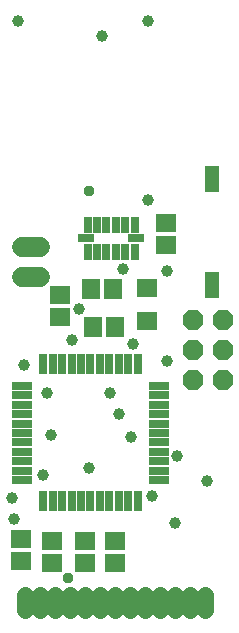
<source format=gts>
G75*
%MOIN*%
%OFA0B0*%
%FSLAX25Y25*%
%IPPOS*%
%LPD*%
%AMOC8*
5,1,8,0,0,1.08239X$1,22.5*
%
%ADD10R,0.06706X0.05918*%
%ADD11R,0.05918X0.06706*%
%ADD12R,0.07099X0.06312*%
%ADD13R,0.06706X0.02769*%
%ADD14R,0.02769X0.06706*%
%ADD15OC8,0.06800*%
%ADD16R,0.02769X0.05224*%
%ADD17R,0.05224X0.02769*%
%ADD18C,0.05556*%
%ADD19C,0.06800*%
%ADD20R,0.05100X0.08700*%
%ADD21C,0.03700*%
%ADD22C,0.03900*%
D10*
X0027086Y0039915D03*
X0027086Y0047396D03*
X0037405Y0046594D03*
X0037405Y0039114D03*
X0048329Y0039114D03*
X0048329Y0046594D03*
X0058548Y0046602D03*
X0058548Y0039122D03*
X0040210Y0121104D03*
X0040210Y0128585D03*
X0075476Y0145261D03*
X0075476Y0152741D03*
D11*
X0057801Y0130649D03*
X0058464Y0118039D03*
X0050983Y0118039D03*
X0050320Y0130649D03*
D12*
X0069117Y0130793D03*
X0069117Y0119770D03*
D13*
X0073123Y0098330D03*
X0073123Y0095180D03*
X0073123Y0092031D03*
X0073123Y0088881D03*
X0073123Y0085732D03*
X0073123Y0082582D03*
X0073123Y0079432D03*
X0073123Y0076283D03*
X0073123Y0073133D03*
X0073123Y0069984D03*
X0073123Y0066834D03*
X0027454Y0066834D03*
X0027454Y0069984D03*
X0027454Y0073133D03*
X0027454Y0076283D03*
X0027454Y0079432D03*
X0027454Y0082582D03*
X0027454Y0085732D03*
X0027454Y0088881D03*
X0027454Y0092031D03*
X0027454Y0095180D03*
X0027454Y0098330D03*
D14*
X0034540Y0105417D03*
X0037690Y0105417D03*
X0040840Y0105417D03*
X0043989Y0105417D03*
X0047139Y0105417D03*
X0050288Y0105417D03*
X0053438Y0105417D03*
X0056588Y0105417D03*
X0059737Y0105417D03*
X0062887Y0105417D03*
X0066036Y0105417D03*
X0066036Y0059747D03*
X0062887Y0059747D03*
X0059737Y0059747D03*
X0056588Y0059747D03*
X0053438Y0059747D03*
X0050288Y0059747D03*
X0047139Y0059747D03*
X0043989Y0059747D03*
X0040840Y0059747D03*
X0037690Y0059747D03*
X0034540Y0059747D03*
D15*
X0084350Y0100406D03*
X0084350Y0110406D03*
X0084350Y0120406D03*
X0094350Y0120406D03*
X0094350Y0110406D03*
X0094350Y0100406D03*
D16*
X0065070Y0143060D03*
X0061920Y0143060D03*
X0058770Y0143060D03*
X0055621Y0143060D03*
X0052471Y0143060D03*
X0049322Y0143060D03*
X0049322Y0152021D03*
X0052471Y0152021D03*
X0055621Y0152021D03*
X0058770Y0152021D03*
X0061920Y0152021D03*
X0065070Y0151991D03*
D17*
X0065463Y0147540D03*
X0048928Y0147540D03*
D18*
X0048559Y0028471D02*
X0048559Y0023715D01*
X0043559Y0023715D02*
X0043559Y0028471D01*
X0038559Y0028471D02*
X0038559Y0023715D01*
X0033559Y0023715D02*
X0033559Y0028471D01*
X0028559Y0028471D02*
X0028559Y0023715D01*
X0053559Y0023715D02*
X0053559Y0028471D01*
X0058559Y0028471D02*
X0058559Y0023715D01*
X0063559Y0023715D02*
X0063559Y0028471D01*
X0068559Y0028471D02*
X0068559Y0023715D01*
X0073559Y0023715D02*
X0073559Y0028471D01*
X0078559Y0028471D02*
X0078559Y0023715D01*
X0083559Y0023715D02*
X0083559Y0028471D01*
X0088559Y0028471D02*
X0088559Y0023715D01*
D19*
X0033439Y0134479D02*
X0027439Y0134479D01*
X0027439Y0144479D02*
X0033439Y0144479D01*
D20*
X0090965Y0131988D03*
X0090965Y0167388D03*
D21*
X0049894Y0163080D03*
X0042794Y0034380D03*
D22*
X0024694Y0053980D03*
X0023994Y0060980D03*
X0034494Y0068680D03*
X0037294Y0081980D03*
X0035894Y0095980D03*
X0028194Y0105080D03*
X0044294Y0113480D03*
X0046394Y0123980D03*
X0056894Y0095980D03*
X0059694Y0088980D03*
X0063894Y0081280D03*
X0070894Y0061680D03*
X0078594Y0052580D03*
X0089094Y0066580D03*
X0079294Y0074980D03*
X0075794Y0106480D03*
X0064594Y0112080D03*
X0061094Y0137280D03*
X0069494Y0160380D03*
X0075794Y0136580D03*
X0049894Y0070780D03*
X0054094Y0214980D03*
X0069494Y0219880D03*
X0026094Y0219880D03*
M02*

</source>
